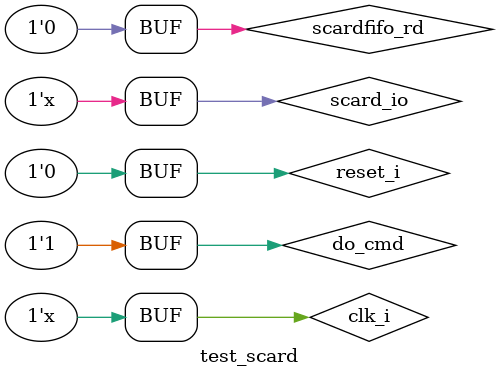
<source format=v>
`timescale 1ns / 1ps


module test_scard;

	// Inputs
	reg reset_i;
	reg clk_i;
	reg do_cmd;
	reg scardfifo_rd;

	// Outputs
	wire scardfifo_rxe;
	wire scardfifo_txf;
	wire scardfifo_txe;
	wire [7:0] scardfifo_din;

	// Bidirs
	wire scard_io;
	
	assign scard_io = 1'bZ;

	// Instantiate the Unit Under Test (UUT)
	serial_scard_hls_iface uut (
		.reset_i(reset_i), 
		.clk_i(clk_i), 
		.scard_io(scard_io), 
		.do_cmd(do_cmd), 
		.scardfifo_rxe(scardfifo_rxe), 
		.scardfifo_txf(scardfifo_txf), 
		.scardfifo_txe(scardfifo_txe), 
		.scardfifo_rd(scardfifo_rd), 
		.scardfifo_din(scardfifo_din)
	);
	
	always 
		#5  clk_i =  !clk_i;

	initial begin
		// Initialize Inputs		
		reset_i = 1;
		clk_i = 0;
		do_cmd = 0;
		scardfifo_rd = 0;

		// Wait 100 ns for global reset to finish
		#100;		
		reset_i = 0;		
		#100;
		
		do_cmd = 1;        
		#100;
		//do_cmd = 0;
		// Add stimulus here
		
		#1000000;
	end
      
endmodule


</source>
